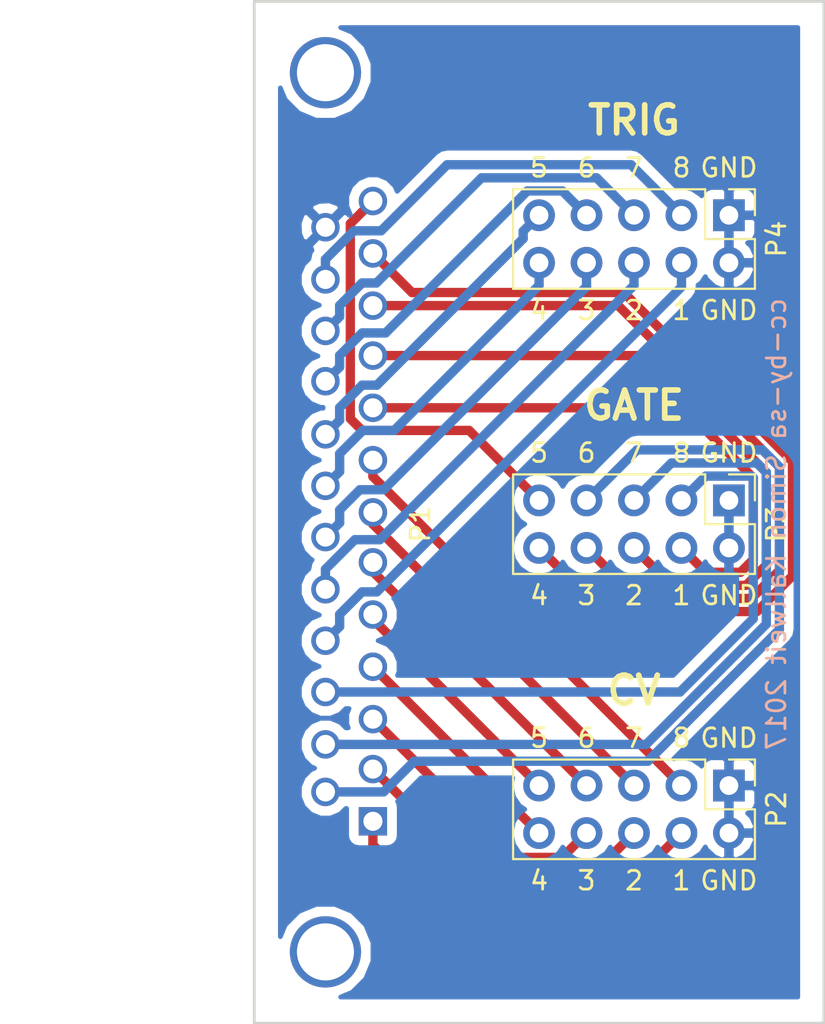
<source format=kicad_pcb>
(kicad_pcb (version 4) (host pcbnew 4.0.2-stable)

  (general
    (links 30)
    (no_connects 0)
    (area 126.924999 63.424999 157.555001 118.185001)
    (thickness 1.6)
    (drawings 38)
    (tracks 121)
    (zones 0)
    (modules 4)
    (nets 26)
  )

  (page A4)
  (layers
    (0 F.Cu signal)
    (31 B.Cu signal)
    (32 B.Adhes user)
    (33 F.Adhes user)
    (34 B.Paste user)
    (35 F.Paste user)
    (36 B.SilkS user)
    (37 F.SilkS user)
    (38 B.Mask user)
    (39 F.Mask user)
    (40 Dwgs.User user)
    (41 Cmts.User user)
    (42 Eco1.User user)
    (43 Eco2.User user)
    (44 Edge.Cuts user)
    (45 Margin user)
    (46 B.CrtYd user)
    (47 F.CrtYd user)
    (48 B.Fab user)
    (49 F.Fab user)
  )

  (setup
    (last_trace_width 0.5)
    (user_trace_width 0.5)
    (trace_clearance 0.2)
    (zone_clearance 0.508)
    (zone_45_only no)
    (trace_min 0.2)
    (segment_width 0.2)
    (edge_width 0.15)
    (via_size 0.6)
    (via_drill 0.4)
    (via_min_size 0.4)
    (via_min_drill 0.3)
    (uvia_size 0.3)
    (uvia_drill 0.1)
    (uvias_allowed no)
    (uvia_min_size 0.2)
    (uvia_min_drill 0.1)
    (pcb_text_width 0.3)
    (pcb_text_size 1.5 1.5)
    (mod_edge_width 0.15)
    (mod_text_size 1 1)
    (mod_text_width 0.15)
    (pad_size 1.524 1.524)
    (pad_drill 0.762)
    (pad_to_mask_clearance 0.2)
    (aux_axis_origin 0 0)
    (visible_elements FFFFFF7F)
    (pcbplotparams
      (layerselection 0x00030_80000001)
      (usegerberextensions false)
      (excludeedgelayer true)
      (linewidth 0.100000)
      (plotframeref false)
      (viasonmask false)
      (mode 1)
      (useauxorigin false)
      (hpglpennumber 1)
      (hpglpenspeed 20)
      (hpglpendiameter 15)
      (hpglpenoverlay 2)
      (psnegative false)
      (psa4output false)
      (plotreference true)
      (plotvalue true)
      (plotinvisibletext false)
      (padsonsilk false)
      (subtractmaskfromsilk false)
      (outputformat 1)
      (mirror false)
      (drillshape 1)
      (scaleselection 1)
      (outputdirectory ""))
  )

  (net 0 "")
  (net 1 /CV1)
  (net 2 /CV2)
  (net 3 /CV3)
  (net 4 /CV4)
  (net 5 /CV5)
  (net 6 /CV6)
  (net 7 /CV7)
  (net 8 /CV8)
  (net 9 /GATE1)
  (net 10 /GATE2)
  (net 11 /GATE3)
  (net 12 /GATE4)
  (net 13 /GATE5)
  (net 14 /GATE6)
  (net 15 /GATE7)
  (net 16 /GATE8)
  (net 17 /TRIG1)
  (net 18 /TRIG2)
  (net 19 /TRIG3)
  (net 20 /TRIG4)
  (net 21 /TRIG5)
  (net 22 /TRIG6)
  (net 23 /TRIG7)
  (net 24 /TRIG8)
  (net 25 /GND)

  (net_class Default "This is the default net class."
    (clearance 0.2)
    (trace_width 0.25)
    (via_dia 0.6)
    (via_drill 0.4)
    (uvia_dia 0.3)
    (uvia_drill 0.1)
    (add_net /CV1)
    (add_net /CV2)
    (add_net /CV3)
    (add_net /CV4)
    (add_net /CV5)
    (add_net /CV6)
    (add_net /CV7)
    (add_net /CV8)
    (add_net /GATE1)
    (add_net /GATE2)
    (add_net /GATE3)
    (add_net /GATE4)
    (add_net /GATE5)
    (add_net /GATE6)
    (add_net /GATE7)
    (add_net /GATE8)
    (add_net /GND)
    (add_net /TRIG1)
    (add_net /TRIG2)
    (add_net /TRIG3)
    (add_net /TRIG4)
    (add_net /TRIG5)
    (add_net /TRIG6)
    (add_net /TRIG7)
    (add_net /TRIG8)
  )

  (module Pin_Headers:Pin_Header_Straight_2x05_Pitch2.54mm (layer F.Cu) (tedit 5862ED53) (tstamp 58ADBC46)
    (at 152.4 105.41 270)
    (descr "Through hole straight pin header, 2x05, 2.54mm pitch, double rows")
    (tags "Through hole pin header THT 2x05 2.54mm double row")
    (path /58ADBB7E)
    (fp_text reference P2 (at 1.27 -2.54 270) (layer F.SilkS)
      (effects (font (size 1 1) (thickness 0.15)))
    )
    (fp_text value CONN_5X2 (at 1.27 12.55 270) (layer F.Fab)
      (effects (font (size 1 1) (thickness 0.15)))
    )
    (fp_line (start -1.27 -1.27) (end -1.27 11.43) (layer F.Fab) (width 0.1))
    (fp_line (start -1.27 11.43) (end 3.81 11.43) (layer F.Fab) (width 0.1))
    (fp_line (start 3.81 11.43) (end 3.81 -1.27) (layer F.Fab) (width 0.1))
    (fp_line (start 3.81 -1.27) (end -1.27 -1.27) (layer F.Fab) (width 0.1))
    (fp_line (start -1.39 1.27) (end -1.39 11.55) (layer F.SilkS) (width 0.12))
    (fp_line (start -1.39 11.55) (end 3.93 11.55) (layer F.SilkS) (width 0.12))
    (fp_line (start 3.93 11.55) (end 3.93 -1.39) (layer F.SilkS) (width 0.12))
    (fp_line (start 3.93 -1.39) (end 1.27 -1.39) (layer F.SilkS) (width 0.12))
    (fp_line (start 1.27 -1.39) (end 1.27 1.27) (layer F.SilkS) (width 0.12))
    (fp_line (start 1.27 1.27) (end -1.39 1.27) (layer F.SilkS) (width 0.12))
    (fp_line (start -1.39 0) (end -1.39 -1.39) (layer F.SilkS) (width 0.12))
    (fp_line (start -1.39 -1.39) (end 0 -1.39) (layer F.SilkS) (width 0.12))
    (fp_line (start -1.6 -1.6) (end -1.6 11.7) (layer F.CrtYd) (width 0.05))
    (fp_line (start -1.6 11.7) (end 4.1 11.7) (layer F.CrtYd) (width 0.05))
    (fp_line (start 4.1 11.7) (end 4.1 -1.6) (layer F.CrtYd) (width 0.05))
    (fp_line (start 4.1 -1.6) (end -1.6 -1.6) (layer F.CrtYd) (width 0.05))
    (pad 1 thru_hole rect (at 0 0 270) (size 1.7 1.7) (drill 1) (layers *.Cu *.Mask)
      (net 25 /GND))
    (pad 2 thru_hole oval (at 2.54 0 270) (size 1.7 1.7) (drill 1) (layers *.Cu *.Mask)
      (net 25 /GND))
    (pad 3 thru_hole oval (at 0 2.54 270) (size 1.7 1.7) (drill 1) (layers *.Cu *.Mask)
      (net 8 /CV8))
    (pad 4 thru_hole oval (at 2.54 2.54 270) (size 1.7 1.7) (drill 1) (layers *.Cu *.Mask)
      (net 1 /CV1))
    (pad 5 thru_hole oval (at 0 5.08 270) (size 1.7 1.7) (drill 1) (layers *.Cu *.Mask)
      (net 7 /CV7))
    (pad 6 thru_hole oval (at 2.54 5.08 270) (size 1.7 1.7) (drill 1) (layers *.Cu *.Mask)
      (net 2 /CV2))
    (pad 7 thru_hole oval (at 0 7.62 270) (size 1.7 1.7) (drill 1) (layers *.Cu *.Mask)
      (net 6 /CV6))
    (pad 8 thru_hole oval (at 2.54 7.62 270) (size 1.7 1.7) (drill 1) (layers *.Cu *.Mask)
      (net 3 /CV3))
    (pad 9 thru_hole oval (at 0 10.16 270) (size 1.7 1.7) (drill 1) (layers *.Cu *.Mask)
      (net 5 /CV5))
    (pad 10 thru_hole oval (at 2.54 10.16 270) (size 1.7 1.7) (drill 1) (layers *.Cu *.Mask)
      (net 4 /CV4))
    (model Pin_Headers.3dshapes/Pin_Header_Straight_2x05_Pitch2.54mm.wrl
      (at (xyz 0.05 -0.2 0))
      (scale (xyz 1 1 1))
      (rotate (xyz 0 0 90))
    )
  )

  (module Pin_Headers:Pin_Header_Straight_2x05_Pitch2.54mm (layer F.Cu) (tedit 5862ED53) (tstamp 58ADBC73)
    (at 152.4 74.93 270)
    (descr "Through hole straight pin header, 2x05, 2.54mm pitch, double rows")
    (tags "Through hole pin header THT 2x05 2.54mm double row")
    (path /58ADBBE6)
    (fp_text reference P4 (at 1.27 -2.54 270) (layer F.SilkS)
      (effects (font (size 1 1) (thickness 0.15)))
    )
    (fp_text value CONN_5X2 (at 1.27 12.55 270) (layer F.Fab)
      (effects (font (size 1 1) (thickness 0.15)))
    )
    (fp_line (start -1.27 -1.27) (end -1.27 11.43) (layer F.Fab) (width 0.1))
    (fp_line (start -1.27 11.43) (end 3.81 11.43) (layer F.Fab) (width 0.1))
    (fp_line (start 3.81 11.43) (end 3.81 -1.27) (layer F.Fab) (width 0.1))
    (fp_line (start 3.81 -1.27) (end -1.27 -1.27) (layer F.Fab) (width 0.1))
    (fp_line (start -1.39 1.27) (end -1.39 11.55) (layer F.SilkS) (width 0.12))
    (fp_line (start -1.39 11.55) (end 3.93 11.55) (layer F.SilkS) (width 0.12))
    (fp_line (start 3.93 11.55) (end 3.93 -1.39) (layer F.SilkS) (width 0.12))
    (fp_line (start 3.93 -1.39) (end 1.27 -1.39) (layer F.SilkS) (width 0.12))
    (fp_line (start 1.27 -1.39) (end 1.27 1.27) (layer F.SilkS) (width 0.12))
    (fp_line (start 1.27 1.27) (end -1.39 1.27) (layer F.SilkS) (width 0.12))
    (fp_line (start -1.39 0) (end -1.39 -1.39) (layer F.SilkS) (width 0.12))
    (fp_line (start -1.39 -1.39) (end 0 -1.39) (layer F.SilkS) (width 0.12))
    (fp_line (start -1.6 -1.6) (end -1.6 11.7) (layer F.CrtYd) (width 0.05))
    (fp_line (start -1.6 11.7) (end 4.1 11.7) (layer F.CrtYd) (width 0.05))
    (fp_line (start 4.1 11.7) (end 4.1 -1.6) (layer F.CrtYd) (width 0.05))
    (fp_line (start 4.1 -1.6) (end -1.6 -1.6) (layer F.CrtYd) (width 0.05))
    (pad 1 thru_hole rect (at 0 0 270) (size 1.7 1.7) (drill 1) (layers *.Cu *.Mask)
      (net 25 /GND))
    (pad 2 thru_hole oval (at 2.54 0 270) (size 1.7 1.7) (drill 1) (layers *.Cu *.Mask)
      (net 25 /GND))
    (pad 3 thru_hole oval (at 0 2.54 270) (size 1.7 1.7) (drill 1) (layers *.Cu *.Mask)
      (net 24 /TRIG8))
    (pad 4 thru_hole oval (at 2.54 2.54 270) (size 1.7 1.7) (drill 1) (layers *.Cu *.Mask)
      (net 17 /TRIG1))
    (pad 5 thru_hole oval (at 0 5.08 270) (size 1.7 1.7) (drill 1) (layers *.Cu *.Mask)
      (net 23 /TRIG7))
    (pad 6 thru_hole oval (at 2.54 5.08 270) (size 1.7 1.7) (drill 1) (layers *.Cu *.Mask)
      (net 18 /TRIG2))
    (pad 7 thru_hole oval (at 0 7.62 270) (size 1.7 1.7) (drill 1) (layers *.Cu *.Mask)
      (net 22 /TRIG6))
    (pad 8 thru_hole oval (at 2.54 7.62 270) (size 1.7 1.7) (drill 1) (layers *.Cu *.Mask)
      (net 19 /TRIG3))
    (pad 9 thru_hole oval (at 0 10.16 270) (size 1.7 1.7) (drill 1) (layers *.Cu *.Mask)
      (net 21 /TRIG5))
    (pad 10 thru_hole oval (at 2.54 10.16 270) (size 1.7 1.7) (drill 1) (layers *.Cu *.Mask)
      (net 20 /TRIG4))
    (model Pin_Headers.3dshapes/Pin_Header_Straight_2x05_Pitch2.54mm.wrl
      (at (xyz 0.05 -0.2 0))
      (scale (xyz 1 1 1))
      (rotate (xyz 0 0 90))
    )
  )

  (module Connect:DB25FC (layer F.Cu) (tedit 0) (tstamp 58ADBDF3)
    (at 133.35 107.32 90)
    (descr "Connecteur DB25 femelle couche")
    (tags "CONN DB25")
    (path /58ADBB1D)
    (fp_text reference P1 (at 15.88 2.54 90) (layer F.SilkS)
      (effects (font (size 1 1) (thickness 0.15)))
    )
    (fp_text value CONN_25 (at 16.51 -7.62 90) (layer F.Fab)
      (effects (font (size 1 1) (thickness 0.15)))
    )
    (fp_line (start 43.18 -12.7) (end 43.18 1.27) (layer F.Fab) (width 0.1))
    (fp_line (start 35.56 -7.62) (end 35.56 1.27) (layer F.Fab) (width 0.1))
    (fp_line (start 37.47 -12.7) (end 37.47 -7.62) (layer F.Fab) (width 0.1))
    (fp_line (start -4.44 -12.7) (end -4.44 -7.62) (layer F.Fab) (width 0.1))
    (fp_line (start -2.54 -7.62) (end -2.54 1.27) (layer F.Fab) (width 0.1))
    (fp_line (start -10.16 1.27) (end -10.16 -12.7) (layer F.Fab) (width 0.1))
    (fp_line (start 43.18 -7.62) (end 35.56 -7.62) (layer F.Fab) (width 0.1))
    (fp_line (start -10.16 -7.62) (end -2.54 -7.62) (layer F.Fab) (width 0.1))
    (fp_line (start 36.83 -9.53) (end 36.83 -12.7) (layer F.Fab) (width 0.1))
    (fp_line (start -3.81 -9.53) (end -3.81 -12.7) (layer F.Fab) (width 0.1))
    (fp_line (start 36.83 -19.68) (end 36.83 -13.97) (layer F.Fab) (width 0.1))
    (fp_line (start -3.81 -19.68) (end -3.81 -13.97) (layer F.Fab) (width 0.1))
    (fp_line (start 43.18 -12.7) (end 43.18 -13.97) (layer F.Fab) (width 0.1))
    (fp_line (start 43.18 -13.97) (end -10.16 -13.97) (layer F.Fab) (width 0.1))
    (fp_line (start -10.16 -13.97) (end -10.16 -12.7) (layer F.Fab) (width 0.1))
    (fp_line (start -10.16 -12.7) (end 43.18 -12.7) (layer F.Fab) (width 0.1))
    (fp_line (start 35.56 1.27) (end 43.18 1.27) (layer F.Fab) (width 0.1))
    (fp_line (start -3.81 -9.53) (end 36.83 -9.53) (layer F.Fab) (width 0.1))
    (fp_line (start -3.81 -19.68) (end 36.83 -19.68) (layer F.Fab) (width 0.1))
    (fp_line (start -10.16 1.27) (end -2.54 1.27) (layer F.Fab) (width 0.1))
    (fp_line (start -10.41 -19.93) (end 43.43 -19.93) (layer F.CrtYd) (width 0.05))
    (fp_line (start -10.41 -19.93) (end -10.41 1.52) (layer F.CrtYd) (width 0.05))
    (fp_line (start 43.43 1.52) (end 43.43 -19.93) (layer F.CrtYd) (width 0.05))
    (fp_line (start 43.43 1.52) (end -10.41 1.52) (layer F.CrtYd) (width 0.05))
    (pad "" thru_hole circle (at 40.01 -2.54 90) (size 3.81 3.81) (drill 3.05) (layers *.Cu *.Mask))
    (pad "" thru_hole circle (at -6.98 -2.54 90) (size 3.81 3.81) (drill 3.05) (layers *.Cu *.Mask))
    (pad 1 thru_hole rect (at 0 0 90) (size 1.52 1.52) (drill 1.02) (layers *.Cu *.Mask)
      (net 1 /CV1))
    (pad 2 thru_hole circle (at 2.79 0 90) (size 1.52 1.52) (drill 1.02) (layers *.Cu *.Mask)
      (net 2 /CV2))
    (pad 3 thru_hole circle (at 5.46 0 90) (size 1.52 1.52) (drill 1.02) (layers *.Cu *.Mask)
      (net 3 /CV3))
    (pad 4 thru_hole circle (at 8.26 0 90) (size 1.52 1.52) (drill 1.02) (layers *.Cu *.Mask)
      (net 4 /CV4))
    (pad 5 thru_hole circle (at 11.05 0 90) (size 1.52 1.52) (drill 1.02) (layers *.Cu *.Mask)
      (net 5 /CV5))
    (pad 6 thru_hole circle (at 13.84 0 90) (size 1.52 1.52) (drill 1.02) (layers *.Cu *.Mask)
      (net 6 /CV6))
    (pad 7 thru_hole circle (at 16.51 0 90) (size 1.52 1.52) (drill 1.02) (layers *.Cu *.Mask)
      (net 7 /CV7))
    (pad 8 thru_hole circle (at 19.3 0 90) (size 1.52 1.52) (drill 1.02) (layers *.Cu *.Mask)
      (net 8 /CV8))
    (pad 9 thru_hole circle (at 22.1 0 90) (size 1.52 1.52) (drill 1.02) (layers *.Cu *.Mask)
      (net 9 /GATE1))
    (pad 10 thru_hole circle (at 24.89 0 90) (size 1.52 1.52) (drill 1.02) (layers *.Cu *.Mask)
      (net 10 /GATE2))
    (pad 11 thru_hole circle (at 27.56 0 90) (size 1.52 1.52) (drill 1.02) (layers *.Cu *.Mask)
      (net 11 /GATE3))
    (pad 12 thru_hole circle (at 30.35 0 90) (size 1.52 1.52) (drill 1.02) (layers *.Cu *.Mask)
      (net 12 /GATE4))
    (pad 13 thru_hole circle (at 33.15 0 90) (size 1.52 1.52) (drill 1.02) (layers *.Cu *.Mask)
      (net 13 /GATE5))
    (pad 14 thru_hole circle (at 1.57 -2.54 90) (size 1.52 1.52) (drill 1.02) (layers *.Cu *.Mask)
      (net 14 /GATE6))
    (pad 15 thru_hole circle (at 4.11 -2.54 90) (size 1.52 1.52) (drill 1.02) (layers *.Cu *.Mask)
      (net 15 /GATE7))
    (pad 16 thru_hole circle (at 6.91 -2.54 90) (size 1.52 1.52) (drill 1.02) (layers *.Cu *.Mask)
      (net 16 /GATE8))
    (pad 17 thru_hole circle (at 9.65 -2.54 90) (size 1.52 1.52) (drill 1.02) (layers *.Cu *.Mask)
      (net 17 /TRIG1))
    (pad 18 thru_hole circle (at 12.4 -2.54 90) (size 1.52 1.52) (drill 1.02) (layers *.Cu *.Mask)
      (net 18 /TRIG2))
    (pad 19 thru_hole circle (at 15.19 -2.54 90) (size 1.52 1.52) (drill 1.02) (layers *.Cu *.Mask)
      (net 19 /TRIG3))
    (pad 20 thru_hole circle (at 17.93 -2.54 90) (size 1.52 1.52) (drill 1.02) (layers *.Cu *.Mask)
      (net 20 /TRIG4))
    (pad 21 thru_hole circle (at 20.68 -2.54 90) (size 1.52 1.52) (drill 1.02) (layers *.Cu *.Mask)
      (net 21 /TRIG5))
    (pad 22 thru_hole circle (at 23.52 -2.54 90) (size 1.52 1.52) (drill 1.02) (layers *.Cu *.Mask)
      (net 22 /TRIG6))
    (pad 23 thru_hole circle (at 26.21 -2.54 90) (size 1.52 1.52) (drill 1.02) (layers *.Cu *.Mask)
      (net 23 /TRIG7))
    (pad 24 thru_hole circle (at 28.96 -2.54 90) (size 1.52 1.52) (drill 1.02) (layers *.Cu *.Mask)
      (net 24 /TRIG8))
    (pad 25 thru_hole circle (at 31.75 -2.54 90) (size 1.52 1.52) (drill 1.02) (layers *.Cu *.Mask)
      (net 25 /GND))
    (model Connectors.3dshapes/DB25FC.wrl
      (at (xyz 0.65 0.05 0))
      (scale (xyz 1 1 1))
      (rotate (xyz 0 0 0))
    )
  )

  (module Pin_Headers:Pin_Header_Straight_2x05_Pitch2.54mm (layer F.Cu) (tedit 5862ED53) (tstamp 58ADBE11)
    (at 152.4 90.17 270)
    (descr "Through hole straight pin header, 2x05, 2.54mm pitch, double rows")
    (tags "Through hole pin header THT 2x05 2.54mm double row")
    (path /58ADBBBD)
    (fp_text reference P3 (at 1.27 -2.54 270) (layer F.SilkS)
      (effects (font (size 1 1) (thickness 0.15)))
    )
    (fp_text value CONN_5X2 (at 1.27 12.55 270) (layer F.Fab)
      (effects (font (size 1 1) (thickness 0.15)))
    )
    (fp_line (start -1.27 -1.27) (end -1.27 11.43) (layer F.Fab) (width 0.1))
    (fp_line (start -1.27 11.43) (end 3.81 11.43) (layer F.Fab) (width 0.1))
    (fp_line (start 3.81 11.43) (end 3.81 -1.27) (layer F.Fab) (width 0.1))
    (fp_line (start 3.81 -1.27) (end -1.27 -1.27) (layer F.Fab) (width 0.1))
    (fp_line (start -1.39 1.27) (end -1.39 11.55) (layer F.SilkS) (width 0.12))
    (fp_line (start -1.39 11.55) (end 3.93 11.55) (layer F.SilkS) (width 0.12))
    (fp_line (start 3.93 11.55) (end 3.93 -1.39) (layer F.SilkS) (width 0.12))
    (fp_line (start 3.93 -1.39) (end 1.27 -1.39) (layer F.SilkS) (width 0.12))
    (fp_line (start 1.27 -1.39) (end 1.27 1.27) (layer F.SilkS) (width 0.12))
    (fp_line (start 1.27 1.27) (end -1.39 1.27) (layer F.SilkS) (width 0.12))
    (fp_line (start -1.39 0) (end -1.39 -1.39) (layer F.SilkS) (width 0.12))
    (fp_line (start -1.39 -1.39) (end 0 -1.39) (layer F.SilkS) (width 0.12))
    (fp_line (start -1.6 -1.6) (end -1.6 11.7) (layer F.CrtYd) (width 0.05))
    (fp_line (start -1.6 11.7) (end 4.1 11.7) (layer F.CrtYd) (width 0.05))
    (fp_line (start 4.1 11.7) (end 4.1 -1.6) (layer F.CrtYd) (width 0.05))
    (fp_line (start 4.1 -1.6) (end -1.6 -1.6) (layer F.CrtYd) (width 0.05))
    (pad 1 thru_hole rect (at 0 0 270) (size 1.7 1.7) (drill 1) (layers *.Cu *.Mask)
      (net 25 /GND))
    (pad 2 thru_hole oval (at 2.54 0 270) (size 1.7 1.7) (drill 1) (layers *.Cu *.Mask)
      (net 25 /GND))
    (pad 3 thru_hole oval (at 0 2.54 270) (size 1.7 1.7) (drill 1) (layers *.Cu *.Mask)
      (net 16 /GATE8))
    (pad 4 thru_hole oval (at 2.54 2.54 270) (size 1.7 1.7) (drill 1) (layers *.Cu *.Mask)
      (net 9 /GATE1))
    (pad 5 thru_hole oval (at 0 5.08 270) (size 1.7 1.7) (drill 1) (layers *.Cu *.Mask)
      (net 15 /GATE7))
    (pad 6 thru_hole oval (at 2.54 5.08 270) (size 1.7 1.7) (drill 1) (layers *.Cu *.Mask)
      (net 10 /GATE2))
    (pad 7 thru_hole oval (at 0 7.62 270) (size 1.7 1.7) (drill 1) (layers *.Cu *.Mask)
      (net 14 /GATE6))
    (pad 8 thru_hole oval (at 2.54 7.62 270) (size 1.7 1.7) (drill 1) (layers *.Cu *.Mask)
      (net 11 /GATE3))
    (pad 9 thru_hole oval (at 0 10.16 270) (size 1.7 1.7) (drill 1) (layers *.Cu *.Mask)
      (net 13 /GATE5))
    (pad 10 thru_hole oval (at 2.54 10.16 270) (size 1.7 1.7) (drill 1) (layers *.Cu *.Mask)
      (net 12 /GATE4))
    (model Pin_Headers.3dshapes/Pin_Header_Straight_2x05_Pitch2.54mm.wrl
      (at (xyz 0.05 -0.2 0))
      (scale (xyz 1 1 1))
      (rotate (xyz 0 0 90))
    )
  )

  (gr_text 3 (at 144.78 110.49) (layer F.SilkS) (tstamp 58AE2557)
    (effects (font (size 1 1) (thickness 0.15)))
  )
  (gr_text 4 (at 142.24 110.49) (layer F.SilkS) (tstamp 58AE2556)
    (effects (font (size 1 1) (thickness 0.15)))
  )
  (gr_text 2 (at 147.32 110.49) (layer F.SilkS) (tstamp 58AE2555)
    (effects (font (size 1 1) (thickness 0.15)))
  )
  (gr_text 1 (at 149.86 110.49) (layer F.SilkS) (tstamp 58AE2554)
    (effects (font (size 1 1) (thickness 0.15)))
  )
  (gr_text GND (at 152.4 110.49) (layer F.SilkS) (tstamp 58AE2553)
    (effects (font (size 1 1) (thickness 0.15)))
  )
  (gr_text 5 (at 142.24 102.87) (layer F.SilkS) (tstamp 58AE2552)
    (effects (font (size 1 1) (thickness 0.15)))
  )
  (gr_text 7 (at 147.32 102.87) (layer F.SilkS) (tstamp 58AE2551)
    (effects (font (size 1 1) (thickness 0.15)))
  )
  (gr_text 8 (at 149.86 102.87) (layer F.SilkS) (tstamp 58AE2550)
    (effects (font (size 1 1) (thickness 0.15)))
  )
  (gr_text 6 (at 144.78 102.87) (layer F.SilkS) (tstamp 58AE254F)
    (effects (font (size 1 1) (thickness 0.15)))
  )
  (gr_text GND (at 152.4 102.87) (layer F.SilkS) (tstamp 58AE254E)
    (effects (font (size 1 1) (thickness 0.15)))
  )
  (gr_text 4 (at 142.24 95.25) (layer F.SilkS) (tstamp 58AE253C)
    (effects (font (size 1 1) (thickness 0.15)))
  )
  (gr_text 3 (at 144.78 95.25) (layer F.SilkS) (tstamp 58AE253B)
    (effects (font (size 1 1) (thickness 0.15)))
  )
  (gr_text 2 (at 147.32 95.25) (layer F.SilkS) (tstamp 58AE253A)
    (effects (font (size 1 1) (thickness 0.15)))
  )
  (gr_text 1 (at 149.86 95.25) (layer F.SilkS) (tstamp 58AE2539)
    (effects (font (size 1 1) (thickness 0.15)))
  )
  (gr_text GND (at 152.4 95.25) (layer F.SilkS) (tstamp 58AE2538)
    (effects (font (size 1 1) (thickness 0.15)))
  )
  (gr_text GND (at 152.4 87.63) (layer F.SilkS) (tstamp 58AE2537)
    (effects (font (size 1 1) (thickness 0.15)))
  )
  (gr_text 8 (at 149.86 87.63) (layer F.SilkS) (tstamp 58AE2536)
    (effects (font (size 1 1) (thickness 0.15)))
  )
  (gr_text 7 (at 147.32 87.63) (layer F.SilkS) (tstamp 58AE2535)
    (effects (font (size 1 1) (thickness 0.15)))
  )
  (gr_text 6 (at 144.78 87.63) (layer F.SilkS) (tstamp 58AE2534)
    (effects (font (size 1 1) (thickness 0.15)))
  )
  (gr_text 5 (at 142.24 87.63) (layer F.SilkS) (tstamp 58AE2533)
    (effects (font (size 1 1) (thickness 0.15)))
  )
  (gr_text 8 (at 149.86 72.39) (layer F.SilkS) (tstamp 58AE2518)
    (effects (font (size 1 1) (thickness 0.15)))
  )
  (gr_text GND (at 152.4 72.39) (layer F.SilkS) (tstamp 58AE2517)
    (effects (font (size 1 1) (thickness 0.15)))
  )
  (gr_text 5 (at 142.24 72.39) (layer F.SilkS) (tstamp 58AE2516)
    (effects (font (size 1 1) (thickness 0.15)))
  )
  (gr_text 6 (at 144.78 72.39) (layer F.SilkS) (tstamp 58AE2515)
    (effects (font (size 1 1) (thickness 0.15)))
  )
  (gr_text 7 (at 147.32 72.39) (layer F.SilkS) (tstamp 58AE2514)
    (effects (font (size 1 1) (thickness 0.15)))
  )
  (gr_text 4 (at 142.24 80.01) (layer F.SilkS) (tstamp 58AE24F7)
    (effects (font (size 1 1) (thickness 0.15)))
  )
  (gr_text 3 (at 144.78 80.01) (layer F.SilkS) (tstamp 58AE24F6)
    (effects (font (size 1 1) (thickness 0.15)))
  )
  (gr_text 2 (at 147.32 80.01) (layer F.SilkS) (tstamp 58AE24F4)
    (effects (font (size 1 1) (thickness 0.15)))
  )
  (gr_text 1 (at 149.86 80.01) (layer F.SilkS) (tstamp 58AE24F1)
    (effects (font (size 1 1) (thickness 0.15)))
  )
  (gr_text GND (at 152.4 80.01) (layer F.SilkS)
    (effects (font (size 1 1) (thickness 0.15)))
  )
  (gr_text "cc-by-sa Simon Kallweit 2017" (at 154.94 91.44 90) (layer B.SilkS)
    (effects (font (size 1 1) (thickness 0.15)) (justify mirror))
  )
  (gr_text CV (at 147.32 100.33) (layer F.SilkS) (tstamp 58AE0713)
    (effects (font (size 1.5 1.5) (thickness 0.3)))
  )
  (gr_text GATE (at 147.32 85.09) (layer F.SilkS) (tstamp 58AE0702)
    (effects (font (size 1.5 1.5) (thickness 0.3)))
  )
  (gr_text TRIG (at 147.32 69.85) (layer F.SilkS)
    (effects (font (size 1.5 1.5) (thickness 0.3)))
  )
  (gr_line (start 157.48 63.5) (end 127 63.5) (layer Edge.Cuts) (width 0.15))
  (gr_line (start 157.48 118.11) (end 157.48 63.5) (layer Edge.Cuts) (width 0.15))
  (gr_line (start 127 118.11) (end 157.48 118.11) (layer Edge.Cuts) (width 0.15))
  (gr_line (start 127 63.5) (end 127 118.11) (layer Edge.Cuts) (width 0.15))

  (segment (start 133.35 107.32) (end 133.35 108.58) (width 0.5) (layer F.Cu) (net 1) (status 10))
  (segment (start 133.35 108.58) (end 135.420021 110.650021) (width 0.5) (layer F.Cu) (net 1))
  (segment (start 135.420021 110.650021) (end 147.159979 110.650021) (width 0.5) (layer F.Cu) (net 1))
  (segment (start 147.159979 110.650021) (end 149.86 107.95) (width 0.5) (layer F.Cu) (net 1) (status 20))
  (segment (start 147.32 107.95) (end 145.319989 109.950011) (width 0.5) (layer F.Cu) (net 2) (status 10))
  (segment (start 145.319989 109.950011) (end 138.770011 109.950011) (width 0.5) (layer F.Cu) (net 2))
  (segment (start 138.770011 109.950011) (end 133.35 104.53) (width 0.5) (layer F.Cu) (net 2) (status 20))
  (segment (start 144.78 107.95) (end 143.479999 109.250001) (width 0.5) (layer F.Cu) (net 3) (status 10))
  (segment (start 143.479999 109.250001) (end 140.740001 109.250001) (width 0.5) (layer F.Cu) (net 3))
  (segment (start 140.740001 109.250001) (end 133.35 101.86) (width 0.5) (layer F.Cu) (net 3) (status 20))
  (segment (start 142.24 107.95) (end 133.35 99.06) (width 0.5) (layer F.Cu) (net 4) (status 30))
  (segment (start 142.24 105.41) (end 133.35 96.52) (width 0.5) (layer F.Cu) (net 5) (status 30))
  (segment (start 133.35 96.52) (end 133.35 96.27) (width 0.5) (layer F.Cu) (net 5) (status 30))
  (segment (start 144.78 105.41) (end 133.35 93.98) (width 0.5) (layer F.Cu) (net 6) (status 30))
  (segment (start 133.35 93.98) (end 133.35 93.48) (width 0.5) (layer F.Cu) (net 6) (status 30))
  (segment (start 147.32 105.41) (end 133.35 91.44) (width 0.5) (layer F.Cu) (net 7) (status 30))
  (segment (start 133.35 91.44) (end 133.35 90.81) (width 0.5) (layer F.Cu) (net 7) (status 30))
  (segment (start 149.86 105.41) (end 133.35 88.9) (width 0.5) (layer F.Cu) (net 8) (status 10))
  (segment (start 133.35 88.9) (end 133.35 88.02) (width 0.5) (layer F.Cu) (net 8) (status 20))
  (segment (start 149.86 92.71) (end 151.160001 94.010001) (width 0.5) (layer F.Cu) (net 9) (status 10))
  (segment (start 153.024001 94.010001) (end 153.700001 93.334001) (width 0.5) (layer F.Cu) (net 9))
  (segment (start 151.160001 94.010001) (end 153.024001 94.010001) (width 0.5) (layer F.Cu) (net 9))
  (segment (start 153.700001 93.334001) (end 153.700001 88.959999) (width 0.5) (layer F.Cu) (net 9))
  (segment (start 153.700001 88.959999) (end 149.960002 85.22) (width 0.5) (layer F.Cu) (net 9))
  (segment (start 149.960002 85.22) (end 133.35 85.22) (width 0.5) (layer F.Cu) (net 9) (status 20))
  (segment (start 147.32 92.71) (end 149.320011 94.710011) (width 0.5) (layer F.Cu) (net 10) (status 10))
  (segment (start 149.320011 94.710011) (end 153.313954 94.710011) (width 0.5) (layer F.Cu) (net 10))
  (segment (start 153.313954 94.710011) (end 154.400011 93.623954) (width 0.5) (layer F.Cu) (net 10))
  (segment (start 154.400011 93.623954) (end 154.400011 88.670046) (width 0.5) (layer F.Cu) (net 10))
  (segment (start 154.400011 88.670046) (end 148.159965 82.43) (width 0.5) (layer F.Cu) (net 10))
  (segment (start 148.159965 82.43) (end 133.35 82.43) (width 0.5) (layer F.Cu) (net 10) (status 20))
  (segment (start 144.78 92.71) (end 147.480021 95.410021) (width 0.5) (layer F.Cu) (net 11) (status 10))
  (segment (start 147.480021 95.410021) (end 153.603907 95.410021) (width 0.5) (layer F.Cu) (net 11))
  (segment (start 153.603907 95.410021) (end 155.100021 93.913907) (width 0.5) (layer F.Cu) (net 11))
  (segment (start 155.100021 93.913907) (end 155.100021 88.380093) (width 0.5) (layer F.Cu) (net 11))
  (segment (start 155.100021 88.380093) (end 146.479928 79.76) (width 0.5) (layer F.Cu) (net 11))
  (segment (start 146.479928 79.76) (end 133.35 79.76) (width 0.5) (layer F.Cu) (net 11) (status 20))
  (segment (start 142.24 92.71) (end 145.640031 96.110031) (width 0.5) (layer F.Cu) (net 12) (status 10))
  (segment (start 145.640031 96.110031) (end 153.89386 96.110031) (width 0.5) (layer F.Cu) (net 12))
  (segment (start 153.89386 96.110031) (end 155.800031 94.20386) (width 0.5) (layer F.Cu) (net 12))
  (segment (start 155.800031 94.20386) (end 155.800031 88.090141) (width 0.5) (layer F.Cu) (net 12))
  (segment (start 155.800031 88.090141) (end 146.76988 79.05999) (width 0.5) (layer F.Cu) (net 12))
  (segment (start 146.76988 79.05999) (end 135.43999 79.05999) (width 0.5) (layer F.Cu) (net 12))
  (segment (start 135.43999 79.05999) (end 133.35 76.97) (width 0.5) (layer F.Cu) (net 12) (status 20))
  (segment (start 142.24 90.17) (end 138.500001 86.430001) (width 0.5) (layer F.Cu) (net 13) (status 10))
  (segment (start 138.500001 86.430001) (end 132.769199 86.430001) (width 0.5) (layer F.Cu) (net 13))
  (segment (start 132.769199 86.430001) (end 132.139999 85.800801) (width 0.5) (layer F.Cu) (net 13))
  (segment (start 132.139999 85.800801) (end 132.139999 75.380001) (width 0.5) (layer F.Cu) (net 13))
  (segment (start 132.139999 75.380001) (end 133.35 74.17) (width 0.5) (layer F.Cu) (net 13) (status 20))
  (segment (start 144.78 90.17) (end 147.480021 87.469979) (width 0.5) (layer B.Cu) (net 14))
  (segment (start 147.480021 87.469979) (end 154.189907 87.469979) (width 0.5) (layer B.Cu) (net 14))
  (segment (start 154.189907 87.469979) (end 155.100021 88.380093) (width 0.5) (layer B.Cu) (net 14))
  (segment (start 155.100021 88.380093) (end 155.100021 97.069904) (width 0.5) (layer B.Cu) (net 14))
  (segment (start 155.100021 97.069904) (end 148.059926 104.109999) (width 0.5) (layer B.Cu) (net 14))
  (segment (start 148.059926 104.109999) (end 135.560803 104.109999) (width 0.5) (layer B.Cu) (net 14))
  (segment (start 135.560803 104.109999) (end 133.920802 105.75) (width 0.5) (layer B.Cu) (net 14))
  (segment (start 133.920802 105.75) (end 131.884802 105.75) (width 0.5) (layer B.Cu) (net 14))
  (segment (start 131.884802 105.75) (end 130.81 105.75) (width 0.5) (layer B.Cu) (net 14))
  (segment (start 147.32 90.17) (end 149.320011 88.169989) (width 0.5) (layer B.Cu) (net 15))
  (segment (start 149.320011 88.169989) (end 153.899954 88.169989) (width 0.5) (layer B.Cu) (net 15))
  (segment (start 153.899954 88.169989) (end 154.400011 88.670046) (width 0.5) (layer B.Cu) (net 15))
  (segment (start 154.400011 88.670046) (end 154.400011 96.779952) (width 0.5) (layer B.Cu) (net 15))
  (segment (start 154.400011 96.779952) (end 147.969963 103.21) (width 0.5) (layer B.Cu) (net 15))
  (segment (start 147.969963 103.21) (end 131.884802 103.21) (width 0.5) (layer B.Cu) (net 15))
  (segment (start 131.884802 103.21) (end 130.81 103.21) (width 0.5) (layer B.Cu) (net 15))
  (segment (start 153.700001 96.489999) (end 149.78 100.41) (width 0.5) (layer B.Cu) (net 16))
  (segment (start 149.78 100.41) (end 130.81 100.41) (width 0.5) (layer B.Cu) (net 16))
  (segment (start 149.86 90.17) (end 151.160001 88.869999) (width 0.5) (layer B.Cu) (net 16))
  (segment (start 151.160001 88.869999) (end 153.610001 88.869999) (width 0.5) (layer B.Cu) (net 16))
  (segment (start 153.700001 88.959999) (end 153.700001 96.489999) (width 0.5) (layer B.Cu) (net 16))
  (segment (start 153.610001 88.869999) (end 153.700001 88.959999) (width 0.5) (layer B.Cu) (net 16))
  (segment (start 149.86 77.47) (end 149.86 78.760802) (width 0.5) (layer B.Cu) (net 17) (status 10))
  (segment (start 149.86 78.760802) (end 133.560803 95.059999) (width 0.5) (layer B.Cu) (net 17))
  (segment (start 133.560803 95.059999) (end 132.769199 95.059999) (width 0.5) (layer B.Cu) (net 17))
  (segment (start 132.769199 95.059999) (end 131.569999 96.259199) (width 0.5) (layer B.Cu) (net 17))
  (segment (start 131.569999 96.259199) (end 131.569999 96.910001) (width 0.5) (layer B.Cu) (net 17))
  (segment (start 131.569999 96.910001) (end 130.81 97.67) (width 0.5) (layer B.Cu) (net 17) (status 20))
  (segment (start 147.32 77.47) (end 147.32 78.672081) (width 0.5) (layer B.Cu) (net 18) (status 10))
  (segment (start 147.32 78.672081) (end 133.722082 92.269999) (width 0.5) (layer B.Cu) (net 18))
  (segment (start 133.722082 92.269999) (end 132.385199 92.269999) (width 0.5) (layer B.Cu) (net 18))
  (segment (start 132.385199 92.269999) (end 130.81 93.845198) (width 0.5) (layer B.Cu) (net 18))
  (segment (start 130.81 93.845198) (end 130.81 94.92) (width 0.5) (layer B.Cu) (net 18) (status 20))
  (segment (start 144.78 77.47) (end 144.78 78.74) (width 0.5) (layer B.Cu) (net 19) (status 10))
  (segment (start 144.78 78.74) (end 133.920001 89.599999) (width 0.5) (layer B.Cu) (net 19))
  (segment (start 133.920001 89.599999) (end 132.650001 89.599999) (width 0.5) (layer B.Cu) (net 19))
  (segment (start 132.650001 89.599999) (end 131.569999 90.680001) (width 0.5) (layer B.Cu) (net 19))
  (segment (start 131.569999 90.680001) (end 131.569999 91.370001) (width 0.5) (layer B.Cu) (net 19))
  (segment (start 131.569999 91.370001) (end 130.81 92.13) (width 0.5) (layer B.Cu) (net 19) (status 20))
  (segment (start 142.24 77.47) (end 142.24 78.672081) (width 0.5) (layer B.Cu) (net 20) (status 10))
  (segment (start 142.24 78.672081) (end 134.48208 86.430001) (width 0.5) (layer B.Cu) (net 20))
  (segment (start 134.48208 86.430001) (end 132.810801 86.430001) (width 0.5) (layer B.Cu) (net 20))
  (segment (start 132.810801 86.430001) (end 131.569999 87.670803) (width 0.5) (layer B.Cu) (net 20))
  (segment (start 131.569999 87.670803) (end 131.569999 88.630001) (width 0.5) (layer B.Cu) (net 20))
  (segment (start 131.569999 88.630001) (end 130.81 89.39) (width 0.5) (layer B.Cu) (net 20) (status 20))
  (segment (start 142.24 74.93) (end 141.390001 75.779999) (width 0.5) (layer B.Cu) (net 21) (status 10))
  (segment (start 141.390001 75.779999) (end 141.390001 76.180801) (width 0.5) (layer B.Cu) (net 21))
  (segment (start 141.390001 76.180801) (end 133.560803 84.009999) (width 0.5) (layer B.Cu) (net 21))
  (segment (start 133.560803 84.009999) (end 132.769199 84.009999) (width 0.5) (layer B.Cu) (net 21))
  (segment (start 132.769199 84.009999) (end 131.569999 85.209199) (width 0.5) (layer B.Cu) (net 21))
  (segment (start 131.569999 85.209199) (end 131.569999 85.880001) (width 0.5) (layer B.Cu) (net 21))
  (segment (start 131.569999 85.880001) (end 130.81 86.64) (width 0.5) (layer B.Cu) (net 21) (status 20))
  (segment (start 144.78 74.93) (end 143.479999 73.629999) (width 0.5) (layer B.Cu) (net 22) (status 10))
  (segment (start 143.479999 73.629999) (end 141.615999 73.629999) (width 0.5) (layer B.Cu) (net 22))
  (segment (start 141.615999 73.629999) (end 134.025999 81.219999) (width 0.5) (layer B.Cu) (net 22))
  (segment (start 134.025999 81.219999) (end 132.769199 81.219999) (width 0.5) (layer B.Cu) (net 22))
  (segment (start 132.769199 81.219999) (end 131.569999 82.419199) (width 0.5) (layer B.Cu) (net 22))
  (segment (start 131.569999 82.419199) (end 131.569999 83.040001) (width 0.5) (layer B.Cu) (net 22))
  (segment (start 131.569999 83.040001) (end 130.81 83.8) (width 0.5) (layer B.Cu) (net 22) (status 20))
  (segment (start 147.32 74.93) (end 145.319989 72.929989) (width 0.5) (layer B.Cu) (net 23) (status 10))
  (segment (start 139.160011 72.929989) (end 133.540001 78.549999) (width 0.5) (layer B.Cu) (net 23))
  (segment (start 145.319989 72.929989) (end 139.160011 72.929989) (width 0.5) (layer B.Cu) (net 23))
  (segment (start 133.540001 78.549999) (end 132.769199 78.549999) (width 0.5) (layer B.Cu) (net 23))
  (segment (start 132.769199 78.549999) (end 131.569999 79.749199) (width 0.5) (layer B.Cu) (net 23))
  (segment (start 131.569999 79.749199) (end 131.569999 80.350001) (width 0.5) (layer B.Cu) (net 23))
  (segment (start 131.569999 80.350001) (end 130.81 81.11) (width 0.5) (layer B.Cu) (net 23) (status 20))
  (segment (start 149.86 74.93) (end 147.159979 72.229979) (width 0.5) (layer B.Cu) (net 24) (status 10))
  (segment (start 147.159979 72.229979) (end 137.320021 72.229979) (width 0.5) (layer B.Cu) (net 24))
  (segment (start 137.320021 72.229979) (end 133.790001 75.759999) (width 0.5) (layer B.Cu) (net 24))
  (segment (start 132.335199 75.759999) (end 130.81 77.285198) (width 0.5) (layer B.Cu) (net 24))
  (segment (start 133.790001 75.759999) (end 132.335199 75.759999) (width 0.5) (layer B.Cu) (net 24))
  (segment (start 130.81 77.285198) (end 130.81 78.36) (width 0.5) (layer B.Cu) (net 24) (status 20))

  (zone (net 25) (net_name /GND) (layer B.Cu) (tstamp 0) (hatch edge 0.508)
    (connect_pads (clearance 0.508))
    (min_thickness 0.254)
    (fill yes (arc_segments 16) (thermal_gap 0.508) (thermal_bridge_width 0.508))
    (polygon
      (pts
        (xy 156.21 64.77) (xy 128.27 64.77) (xy 128.27 116.84) (xy 156.21 116.84)
      )
    )
    (filled_polygon
      (pts
        (xy 156.083 116.713) (xy 131.621449 116.713) (xy 132.246915 116.454563) (xy 132.962052 115.740673) (xy 133.349559 114.807454)
        (xy 133.35044 113.796979) (xy 132.964563 112.863085) (xy 132.250673 112.147948) (xy 131.317454 111.760441) (xy 130.306979 111.75956)
        (xy 129.373085 112.145437) (xy 128.657948 112.859327) (xy 128.397 113.487759) (xy 128.397 78.636265) (xy 129.414758 78.636265)
        (xy 129.626687 79.149172) (xy 130.018764 79.541934) (xy 130.48423 79.735213) (xy 130.020828 79.926687) (xy 129.628066 80.318764)
        (xy 129.415242 80.8313) (xy 129.414758 81.386265) (xy 129.626687 81.899172) (xy 130.018764 82.291934) (xy 130.411804 82.455139)
        (xy 130.020828 82.616687) (xy 129.628066 83.008764) (xy 129.415242 83.5213) (xy 129.414758 84.076265) (xy 129.626687 84.589172)
        (xy 130.018764 84.981934) (xy 130.5313 85.194758) (xy 130.687843 85.194895) (xy 130.684998 85.209199) (xy 130.684999 85.209204)
        (xy 130.684999 85.24489) (xy 130.533735 85.244758) (xy 130.020828 85.456687) (xy 129.628066 85.848764) (xy 129.415242 86.3613)
        (xy 129.414758 86.916265) (xy 129.626687 87.429172) (xy 130.018764 87.821934) (xy 130.48423 88.015213) (xy 130.020828 88.206687)
        (xy 129.628066 88.598764) (xy 129.415242 89.1113) (xy 129.414758 89.666265) (xy 129.626687 90.179172) (xy 130.018764 90.571934)
        (xy 130.472159 90.760201) (xy 130.020828 90.946687) (xy 129.628066 91.338764) (xy 129.415242 91.8513) (xy 129.414758 92.406265)
        (xy 129.626687 92.919172) (xy 130.018764 93.311934) (xy 130.099881 93.345617) (xy 129.992367 93.506523) (xy 129.992367 93.506524)
        (xy 129.928188 93.829165) (xy 129.628066 94.128764) (xy 129.415242 94.6413) (xy 129.414758 95.196265) (xy 129.626687 95.709172)
        (xy 130.018764 96.101934) (xy 130.48423 96.295213) (xy 130.020828 96.486687) (xy 129.628066 96.878764) (xy 129.415242 97.3913)
        (xy 129.414758 97.946265) (xy 129.626687 98.459172) (xy 130.018764 98.851934) (xy 130.472159 99.040201) (xy 130.020828 99.226687)
        (xy 129.628066 99.618764) (xy 129.415242 100.1313) (xy 129.414758 100.686265) (xy 129.626687 101.199172) (xy 130.018764 101.591934)
        (xy 130.5313 101.804758) (xy 131.086265 101.805242) (xy 131.599172 101.593313) (xy 131.898006 101.295) (xy 132.074124 101.295)
        (xy 131.955242 101.5813) (xy 131.954758 102.136265) (xy 132.032742 102.325) (xy 131.897652 102.325) (xy 131.601236 102.028066)
        (xy 131.0887 101.815242) (xy 130.533735 101.814758) (xy 130.020828 102.026687) (xy 129.628066 102.418764) (xy 129.415242 102.9313)
        (xy 129.414758 103.486265) (xy 129.626687 103.999172) (xy 130.018764 104.391934) (xy 130.230738 104.479954) (xy 130.020828 104.566687)
        (xy 129.628066 104.958764) (xy 129.415242 105.4713) (xy 129.414758 106.026265) (xy 129.626687 106.539172) (xy 130.018764 106.931934)
        (xy 130.5313 107.144758) (xy 131.086265 107.145242) (xy 131.599172 106.933313) (xy 131.898006 106.635) (xy 131.94256 106.635)
        (xy 131.94256 108.08) (xy 131.986838 108.315317) (xy 132.12591 108.531441) (xy 132.33811 108.676431) (xy 132.59 108.72744)
        (xy 134.11 108.72744) (xy 134.345317 108.683162) (xy 134.561441 108.54409) (xy 134.706431 108.33189) (xy 134.75744 108.08)
        (xy 134.75744 106.56) (xy 134.713162 106.324683) (xy 134.667954 106.254428) (xy 135.927382 104.994999) (xy 140.831762 104.994999)
        (xy 140.755 105.380907) (xy 140.755 105.439093) (xy 140.868039 106.007378) (xy 141.189946 106.489147) (xy 141.475578 106.68)
        (xy 141.189946 106.870853) (xy 140.868039 107.352622) (xy 140.755 107.920907) (xy 140.755 107.979093) (xy 140.868039 108.547378)
        (xy 141.189946 109.029147) (xy 141.671715 109.351054) (xy 142.24 109.464093) (xy 142.808285 109.351054) (xy 143.290054 109.029147)
        (xy 143.51 108.699974) (xy 143.729946 109.029147) (xy 144.211715 109.351054) (xy 144.78 109.464093) (xy 145.348285 109.351054)
        (xy 145.830054 109.029147) (xy 146.05 108.699974) (xy 146.269946 109.029147) (xy 146.751715 109.351054) (xy 147.32 109.464093)
        (xy 147.888285 109.351054) (xy 148.370054 109.029147) (xy 148.59 108.699974) (xy 148.809946 109.029147) (xy 149.291715 109.351054)
        (xy 149.86 109.464093) (xy 150.428285 109.351054) (xy 150.910054 109.029147) (xy 151.137702 108.688447) (xy 151.204817 108.831358)
        (xy 151.633076 109.221645) (xy 152.04311 109.391476) (xy 152.273 109.270155) (xy 152.273 108.077) (xy 152.527 108.077)
        (xy 152.527 109.270155) (xy 152.75689 109.391476) (xy 153.166924 109.221645) (xy 153.595183 108.831358) (xy 153.841486 108.306892)
        (xy 153.720819 108.077) (xy 152.527 108.077) (xy 152.273 108.077) (xy 152.253 108.077) (xy 152.253 107.823)
        (xy 152.273 107.823) (xy 152.273 105.537) (xy 152.527 105.537) (xy 152.527 107.823) (xy 153.720819 107.823)
        (xy 153.841486 107.593108) (xy 153.595183 107.068642) (xy 153.395792 106.88693) (xy 153.609699 106.798327) (xy 153.788327 106.619698)
        (xy 153.885 106.386309) (xy 153.885 105.69575) (xy 153.72625 105.537) (xy 152.527 105.537) (xy 152.273 105.537)
        (xy 152.253 105.537) (xy 152.253 105.283) (xy 152.273 105.283) (xy 152.273 104.08375) (xy 152.527 104.08375)
        (xy 152.527 105.283) (xy 153.72625 105.283) (xy 153.885 105.12425) (xy 153.885 104.433691) (xy 153.788327 104.200302)
        (xy 153.609699 104.021673) (xy 153.37631 103.925) (xy 152.68575 103.925) (xy 152.527 104.08375) (xy 152.273 104.08375)
        (xy 152.11425 103.925) (xy 151.42369 103.925) (xy 151.190301 104.021673) (xy 151.011673 104.200302) (xy 150.939403 104.374777)
        (xy 150.910054 104.330853) (xy 150.428285 104.008946) (xy 149.86 103.895907) (xy 149.442565 103.97894) (xy 155.725808 97.695696)
        (xy 155.725811 97.695694) (xy 155.917654 97.408579) (xy 155.970243 97.1442) (xy 155.985022 97.069904) (xy 155.985021 97.069899)
        (xy 155.985021 88.380098) (xy 155.985022 88.380093) (xy 155.917655 88.041419) (xy 155.853996 87.946147) (xy 155.725811 87.754303)
        (xy 155.725808 87.754301) (xy 154.815697 86.844189) (xy 154.804469 86.836687) (xy 154.528582 86.652346) (xy 154.466515 86.64)
        (xy 154.189907 86.584978) (xy 154.189902 86.584979) (xy 147.480021 86.584979) (xy 147.141346 86.652346) (xy 146.854231 86.844189)
        (xy 146.854229 86.844192) (xy 144.99896 88.699461) (xy 144.78 88.655907) (xy 144.211715 88.768946) (xy 143.729946 89.090853)
        (xy 143.51 89.420026) (xy 143.290054 89.090853) (xy 142.808285 88.768946) (xy 142.24 88.655907) (xy 141.671715 88.768946)
        (xy 141.189946 89.090853) (xy 140.868039 89.572622) (xy 140.755 90.140907) (xy 140.755 90.199093) (xy 140.868039 90.767378)
        (xy 141.189946 91.249147) (xy 141.475578 91.44) (xy 141.189946 91.630853) (xy 140.868039 92.112622) (xy 140.755 92.680907)
        (xy 140.755 92.739093) (xy 140.868039 93.307378) (xy 141.189946 93.789147) (xy 141.671715 94.111054) (xy 142.24 94.224093)
        (xy 142.808285 94.111054) (xy 143.290054 93.789147) (xy 143.51 93.459974) (xy 143.729946 93.789147) (xy 144.211715 94.111054)
        (xy 144.78 94.224093) (xy 145.348285 94.111054) (xy 145.830054 93.789147) (xy 146.05 93.459974) (xy 146.269946 93.789147)
        (xy 146.751715 94.111054) (xy 147.32 94.224093) (xy 147.888285 94.111054) (xy 148.370054 93.789147) (xy 148.59 93.459974)
        (xy 148.809946 93.789147) (xy 149.291715 94.111054) (xy 149.86 94.224093) (xy 150.428285 94.111054) (xy 150.910054 93.789147)
        (xy 151.137702 93.448447) (xy 151.204817 93.591358) (xy 151.633076 93.981645) (xy 152.04311 94.151476) (xy 152.273 94.030155)
        (xy 152.273 92.837) (xy 152.253 92.837) (xy 152.253 92.583) (xy 152.273 92.583) (xy 152.273 90.297)
        (xy 152.253 90.297) (xy 152.253 90.043) (xy 152.273 90.043) (xy 152.273 90.023) (xy 152.527 90.023)
        (xy 152.527 90.043) (xy 152.547 90.043) (xy 152.547 90.297) (xy 152.527 90.297) (xy 152.527 92.583)
        (xy 152.547 92.583) (xy 152.547 92.837) (xy 152.527 92.837) (xy 152.527 94.030155) (xy 152.75689 94.151476)
        (xy 152.815001 94.127407) (xy 152.815001 96.12342) (xy 149.41342 99.525) (xy 134.667399 99.525) (xy 134.744758 99.3387)
        (xy 134.745242 98.783735) (xy 134.533313 98.270828) (xy 134.141236 97.878066) (xy 133.6287 97.665242) (xy 133.62627 97.66524)
        (xy 134.139172 97.453313) (xy 134.531934 97.061236) (xy 134.744758 96.5487) (xy 134.745242 95.993735) (xy 134.533313 95.480828)
        (xy 134.462495 95.409887) (xy 150.485787 79.386594) (xy 150.48579 79.386592) (xy 150.677633 79.099477) (xy 150.745 78.760802)
        (xy 150.745 78.659432) (xy 150.910054 78.549147) (xy 151.137702 78.208447) (xy 151.204817 78.351358) (xy 151.633076 78.741645)
        (xy 152.04311 78.911476) (xy 152.273 78.790155) (xy 152.273 77.597) (xy 152.527 77.597) (xy 152.527 78.790155)
        (xy 152.75689 78.911476) (xy 153.166924 78.741645) (xy 153.595183 78.351358) (xy 153.841486 77.826892) (xy 153.720819 77.597)
        (xy 152.527 77.597) (xy 152.273 77.597) (xy 152.253 77.597) (xy 152.253 77.343) (xy 152.273 77.343)
        (xy 152.273 75.057) (xy 152.527 75.057) (xy 152.527 77.343) (xy 153.720819 77.343) (xy 153.841486 77.113108)
        (xy 153.595183 76.588642) (xy 153.395792 76.40693) (xy 153.609699 76.318327) (xy 153.788327 76.139698) (xy 153.885 75.906309)
        (xy 153.885 75.21575) (xy 153.72625 75.057) (xy 152.527 75.057) (xy 152.273 75.057) (xy 152.253 75.057)
        (xy 152.253 74.803) (xy 152.273 74.803) (xy 152.273 73.60375) (xy 152.527 73.60375) (xy 152.527 74.803)
        (xy 153.72625 74.803) (xy 153.885 74.64425) (xy 153.885 73.953691) (xy 153.788327 73.720302) (xy 153.609699 73.541673)
        (xy 153.37631 73.445) (xy 152.68575 73.445) (xy 152.527 73.60375) (xy 152.273 73.60375) (xy 152.11425 73.445)
        (xy 151.42369 73.445) (xy 151.190301 73.541673) (xy 151.011673 73.720302) (xy 150.939403 73.894777) (xy 150.910054 73.850853)
        (xy 150.428285 73.528946) (xy 149.86 73.415907) (xy 149.64104 73.459461) (xy 147.785769 71.604189) (xy 147.498654 71.412346)
        (xy 147.442463 71.401169) (xy 147.159979 71.344978) (xy 147.159974 71.344979) (xy 137.320026 71.344979) (xy 137.320021 71.344978)
        (xy 136.981346 71.412346) (xy 136.694231 71.604189) (xy 136.694229 71.604192) (xy 134.645669 73.652751) (xy 134.533313 73.380828)
        (xy 134.141236 72.988066) (xy 133.6287 72.775242) (xy 133.073735 72.774758) (xy 132.560828 72.986687) (xy 132.168066 73.378764)
        (xy 131.955242 73.8913) (xy 131.954758 74.446265) (xy 132.147347 74.912365) (xy 132.067288 74.92829) (xy 132.030742 74.840059)
        (xy 131.788764 74.770841) (xy 130.989605 75.57) (xy 131.003748 75.584143) (xy 130.824143 75.763748) (xy 130.81 75.749605)
        (xy 130.010841 76.548764) (xy 130.080059 76.790742) (xy 130.093301 76.795464) (xy 129.992367 76.946523) (xy 129.98874 76.964758)
        (xy 129.928188 77.269165) (xy 129.628066 77.568764) (xy 129.415242 78.0813) (xy 129.414758 78.636265) (xy 128.397 78.636265)
        (xy 128.397 75.36278) (xy 129.402845 75.36278) (xy 129.430659 75.917049) (xy 129.589258 76.299941) (xy 129.831236 76.369159)
        (xy 130.630395 75.57) (xy 129.831236 74.770841) (xy 129.589258 74.840059) (xy 129.402845 75.36278) (xy 128.397 75.36278)
        (xy 128.397 74.591236) (xy 130.010841 74.591236) (xy 130.81 75.390395) (xy 131.609159 74.591236) (xy 131.539941 74.349258)
        (xy 131.01722 74.162845) (xy 130.462951 74.190659) (xy 130.080059 74.349258) (xy 130.010841 74.591236) (xy 128.397 74.591236)
        (xy 128.397 68.121449) (xy 128.655437 68.746915) (xy 129.369327 69.462052) (xy 130.302546 69.849559) (xy 131.313021 69.85044)
        (xy 132.246915 69.464563) (xy 132.962052 68.750673) (xy 133.349559 67.817454) (xy 133.35044 66.806979) (xy 132.964563 65.873085)
        (xy 132.250673 65.157948) (xy 131.622241 64.897) (xy 156.083 64.897)
      )
    )
  )
)

</source>
